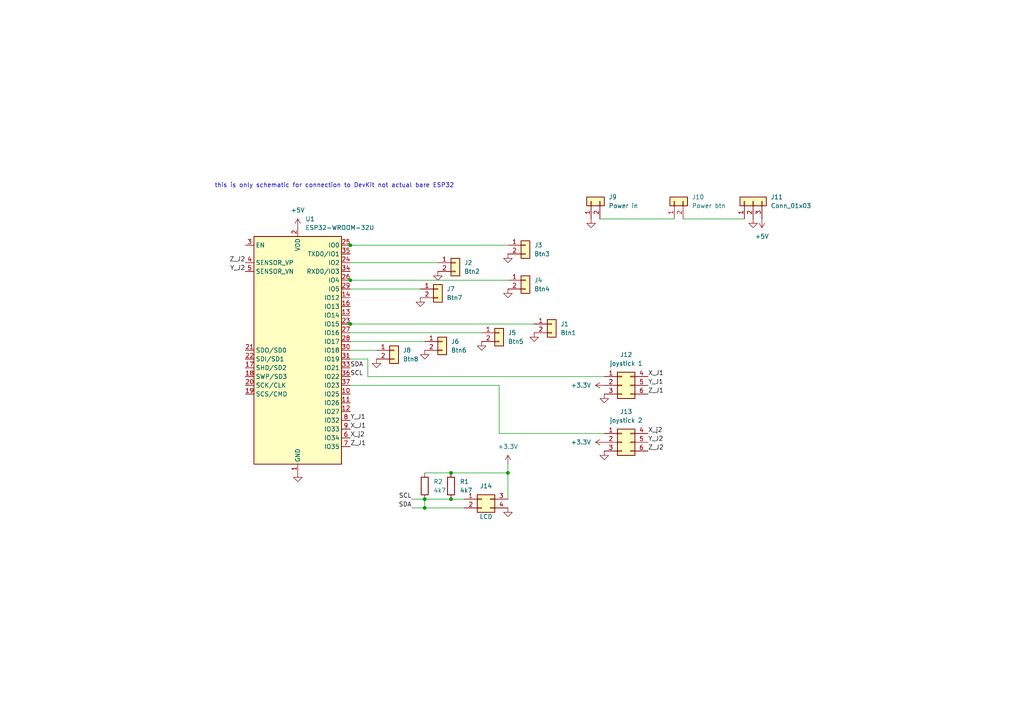
<source format=kicad_sch>
(kicad_sch (version 20230121) (generator eeschema)
  (paper "A4")
  (title_block (title "RC 6axis") (comment 1 "Use only as reference"))
  (lib_symbols
    (symbol "Connector_Generic:Conn_01x02" (pin_names (offset 1.016) hide)
      (property "Reference" "J" (at 0 2.54 0))
      (property "Value" "Conn_01x02" (at 0 -5.08 0))
      (symbol "Conn_01x02_1_1"
        (rectangle (start -1.27 -2.413) (end 0 -2.667) (stroke (width 0.1524)))
        (rectangle (start -1.27 0.127) (end 0 -0.127) (stroke (width 0.1524)))
        (rectangle (start -1.27 1.27) (end 1.27 -3.81) (stroke (width 0.254)) (fill (type background)))
        (pin passive line (at -5.08 0 0) (length 3.81) (name "Pin_1") (number "1"))
        (pin passive line (at -5.08 -2.54 0) (length 3.81) (name "Pin_2") (number "2"))
      )
    )
    (symbol "Connector_Generic:Conn_01x03" (pin_names (offset 1.016) hide)
      (property "Reference" "J" (at 0 5.08 0))
      (property "Value" "Conn_01x03" (at 0 -5.08 0))
      (symbol "Conn_01x03_1_1"
        (rectangle (start -1.27 -2.413) (end 0 -2.667) (stroke (width 0.1524)))
        (rectangle (start -1.27 0.127) (end 0 -0.127) (stroke (width 0.1524)))
        (rectangle (start -1.27 2.667) (end 0 2.413) (stroke (width 0.1524)))
        (rectangle (start -1.27 3.81) (end 1.27 -3.81) (stroke (width 0.254)) (fill (type background)))
        (pin passive line (at -5.08 2.54 0) (length 3.81) (name "Pin_1") (number "1"))
        (pin passive line (at -5.08 0 0) (length 3.81) (name "Pin_2") (number "2"))
        (pin passive line (at -5.08 -2.54 0) (length 3.81) (name "Pin_3") (number "3"))
      )
    )
    (symbol "Connector_Generic:Conn_02x02_Top_Bottom" (pin_names (offset 1.016) hide)
      (property "Reference" "J" (at 1.27 2.54 0))
      (property "Value" "Conn_02x02_Top_Bottom" (at 1.27 -5.08 0))
      (symbol "Conn_02x02_Top_Bottom_1_1"
        (rectangle (start -1.27 -2.413) (end 0 -2.667) (stroke (width 0.1524)))
        (rectangle (start -1.27 0.127) (end 0 -0.127) (stroke (width 0.1524)))
        (rectangle (start -1.27 1.27) (end 3.81 -3.81) (stroke (width 0.254)) (fill (type background)))
        (rectangle (start 3.81 -2.413) (end 2.54 -2.667) (stroke (width 0.1524)))
        (rectangle (start 3.81 0.127) (end 2.54 -0.127) (stroke (width 0.1524)))
        (pin passive line (at -5.08 0 0) (length 3.81) (name "Pin_1") (number "1"))
        (pin passive line (at -5.08 -2.54 0) (length 3.81) (name "Pin_2") (number "2"))
        (pin passive line (at 7.62 0 180) (length 3.81) (name "Pin_3") (number "3"))
        (pin passive line (at 7.62 -2.54 180) (length 3.81) (name "Pin_4") (number "4"))
      )
    )
    (symbol "Connector_Generic:Conn_02x03_Top_Bottom" (pin_names (offset 1.016) hide)
      (property "Reference" "J" (at 1.27 5.08 0))
      (property "Value" "Conn_02x03_Top_Bottom" (at 1.27 -5.08 0))
      (symbol "Conn_02x03_Top_Bottom_1_1"
        (rectangle (start -1.27 -2.413) (end 0 -2.667) (stroke (width 0.1524)))
        (rectangle (start -1.27 0.127) (end 0 -0.127) (stroke (width 0.1524)))
        (rectangle (start -1.27 2.667) (end 0 2.413) (stroke (width 0.1524)))
        (rectangle (start -1.27 3.81) (end 3.81 -3.81) (stroke (width 0.254)) (fill (type background)))
        (rectangle (start 3.81 -2.413) (end 2.54 -2.667) (stroke (width 0.1524)))
        (rectangle (start 3.81 0.127) (end 2.54 -0.127) (stroke (width 0.1524)))
        (rectangle (start 3.81 2.667) (end 2.54 2.413) (stroke (width 0.1524)))
        (pin passive line (at -5.08 2.54 0) (length 3.81) (name "Pin_1") (number "1"))
        (pin passive line (at -5.08 0 0) (length 3.81) (name "Pin_2") (number "2"))
        (pin passive line (at -5.08 -2.54 0) (length 3.81) (name "Pin_3") (number "3"))
        (pin passive line (at 7.62 2.54 180) (length 3.81) (name "Pin_4") (number "4"))
        (pin passive line (at 7.62 0 180) (length 3.81) (name "Pin_5") (number "5"))
        (pin passive line (at 7.62 -2.54 180) (length 3.81) (name "Pin_6") (number "6"))
      )
    )
    (symbol "Device:R" (pin_numbers hide) (pin_names (offset 0))
      (property "Reference" "R" (at 2.032 0 90))
      (property "Value" "R" (at 0 0 90))
      (symbol "R_0_1"
        (rectangle (start -1.016 -2.54) (end 1.016 2.54) (stroke (width 0.254)))
      )
      (symbol "R_1_1"
        (pin passive line (at 0 3.81 270) (length 1.27) (name "~") (number "1"))
        (pin passive line (at 0 -3.81 90) (length 1.27) (name "~") (number "2"))
      )
    )
    (symbol "RF_Module:ESP32-WROOM-32U"
      (property "Reference" "U" (at -12.7 34.29 0))
      (property "Value" "ESP32-WROOM-32U" (at 1.27 34.29 0))
      (symbol "ESP32-WROOM-32U_0_1"
        (rectangle (start -12.7 33.02) (end 12.7 -33.02) (stroke (width 0.254)) (fill (type background)))
      )
      (symbol "ESP32-WROOM-32U_1_1"
        (pin power_in line (at 0 -35.56 90) (length 2.54) (name "GND") (number "1"))
        (pin bidirectional line (at 15.24 -12.7 180) (length 2.54) (name "IO25") (number "10"))
        (pin bidirectional line (at 15.24 -15.24 180) (length 2.54) (name "IO26") (number "11"))
        (pin bidirectional line (at 15.24 -17.78 180) (length 2.54) (name "IO27") (number "12"))
        (pin bidirectional line (at 15.24 10.16 180) (length 2.54) (name "IO14") (number "13"))
        (pin bidirectional line (at 15.24 15.24 180) (length 2.54) (name "IO12") (number "14"))
        (pin passive line (at 0 -35.56 90) (length 2.54) hide (name "GND") (number "15"))
        (pin bidirectional line (at 15.24 12.7 180) (length 2.54) (name "IO13") (number "16"))
        (pin bidirectional line (at -15.24 -5.08 0) (length 2.54) (name "SHD/SD2") (number "17"))
        (pin bidirectional line (at -15.24 -7.62 0) (length 2.54) (name "SWP/SD3") (number "18"))
        (pin bidirectional line (at -15.24 -12.7 0) (length 2.54) (name "SCS/CMD") (number "19"))
        (pin power_in line (at 0 35.56 270) (length 2.54) (name "VDD") (number "2"))
        (pin bidirectional line (at -15.24 -10.16 0) (length 2.54) (name "SCK/CLK") (number "20"))
        (pin bidirectional line (at -15.24 0 0) (length 2.54) (name "SDO/SD0") (number "21"))
        (pin bidirectional line (at -15.24 -2.54 0) (length 2.54) (name "SDI/SD1") (number "22"))
        (pin bidirectional line (at 15.24 7.62 180) (length 2.54) (name "IO15") (number "23"))
        (pin bidirectional line (at 15.24 25.4 180) (length 2.54) (name "IO2") (number "24"))
        (pin bidirectional line (at 15.24 30.48 180) (length 2.54) (name "IO0") (number "25"))
        (pin bidirectional line (at 15.24 20.32 180) (length 2.54) (name "IO4") (number "26"))
        (pin bidirectional line (at 15.24 5.08 180) (length 2.54) (name "IO16") (number "27"))
        (pin bidirectional line (at 15.24 2.54 180) (length 2.54) (name "IO17") (number "28"))
        (pin bidirectional line (at 15.24 17.78 180) (length 2.54) (name "IO5") (number "29"))
        (pin input line (at -15.24 30.48 0) (length 2.54) (name "EN") (number "3"))
        (pin bidirectional line (at 15.24 0 180) (length 2.54) (name "IO18") (number "30"))
        (pin bidirectional line (at 15.24 -2.54 180) (length 2.54) (name "IO19") (number "31"))
        (pin no_connect line (at -12.7 -27.94 0) (length 2.54) hide (name "NC") (number "32"))
        (pin bidirectional line (at 15.24 -5.08 180) (length 2.54) (name "IO21") (number "33"))
        (pin bidirectional line (at 15.24 22.86 180) (length 2.54) (name "RXD0/IO3") (number "34"))
        (pin bidirectional line (at 15.24 27.94 180) (length 2.54) (name "TXD0/IO1") (number "35"))
        (pin bidirectional line (at 15.24 -7.62 180) (length 2.54) (name "IO22") (number "36"))
        (pin bidirectional line (at 15.24 -10.16 180) (length 2.54) (name "IO23") (number "37"))
        (pin passive line (at 0 -35.56 90) (length 2.54) hide (name "GND") (number "38"))
        (pin passive line (at 0 -35.56 90) (length 2.54) hide (name "GND") (number "39"))
        (pin input line (at -15.24 25.4 0) (length 2.54) (name "SENSOR_VP") (number "4"))
        (pin input line (at -15.24 22.86 0) (length 2.54) (name "SENSOR_VN") (number "5"))
        (pin input line (at 15.24 -25.4 180) (length 2.54) (name "IO34") (number "6"))
        (pin input line (at 15.24 -27.94 180) (length 2.54) (name "IO35") (number "7"))
        (pin bidirectional line (at 15.24 -20.32 180) (length 2.54) (name "IO32") (number "8"))
        (pin bidirectional line (at 15.24 -22.86 180) (length 2.54) (name "IO33") (number "9"))
      )
    )
    (symbol "power:+3.3V" (power) (pin_names (offset 0))
      (property "Value" "+3.3V" (at 0 3.556 0))
      (symbol "+3.3V_0_1"
        (polyline (pts (xy -0.762 1.27) (xy 0 2.54)))
        (polyline (pts (xy 0 0) (xy 0 2.54)))
        (polyline (pts (xy 0 2.54) (xy 0.762 1.27)))
      )
      (symbol "+3.3V_1_1"
        (pin power_in line (at 0 0 90) (length 0) hide (name "+3.3V") (number "1"))
      )
    )
    (symbol "power:+5V" (power) (pin_names (offset 0))
      (property "Value" "+5V" (at 0 3.556 0))
      (symbol "+5V_0_1"
        (polyline (pts (xy -0.762 1.27) (xy 0 2.54)))
        (polyline (pts (xy 0 0) (xy 0 2.54)))
        (polyline (pts (xy 0 2.54) (xy 0.762 1.27)))
      )
      (symbol "+5V_1_1"
        (pin power_in line (at 0 0 90) (length 0) hide (name "+5V") (number "1"))
      )
    )
    (symbol "power:GND" (power) (pin_names (offset 0))
      (property "Value" "GND" (at 0 -3.81 0))
      (symbol "GND_0_1"
        (polyline (pts (xy 0 0) (xy 0 -1.27) (xy 1.27 -1.27) (xy 0 -2.54) (xy -1.27 -1.27) (xy 0 -1.27)))
      )
      (symbol "GND_1_1"
        (pin power_in line (at 0 0 270) (length 0) hide (name "GND") (number "1"))
      )
    )
  )
  (junction (at 147.32 137.16))
  (junction (at 130.81 137.16))
  (junction (at 101.6 93.98))
  (junction (at 130.81 144.78))
  (junction (at 101.6 81.28))
  (junction (at 123.19 144.78))
  (junction (at 101.6 71.12))
  (junction (at 123.19 147.32))
  (wire (pts (xy 101.6 101.6) (xy 109.22 101.6)))
  (wire (pts (xy 100.33 81.28) (xy 101.6 81.28)))
  (wire (pts (xy 101.6 76.2) (xy 127 76.2)))
  (wire (pts (xy 101.6 111.76) (xy 144.78 111.76)))
  (wire (pts (xy 123.19 144.78) (xy 130.81 144.78)))
  (wire (pts (xy 173.99 63.5) (xy 195.58 63.5)))
  (wire (pts (xy 101.6 81.28) (xy 147.32 81.28)))
  (wire (pts (xy 123.19 144.78) (xy 123.19 147.32)))
  (wire (pts (xy 100.33 71.12) (xy 101.6 71.12)))
  (wire (pts (xy 100.33 93.98) (xy 101.6 93.98)))
  (wire (pts (xy 130.81 144.78) (xy 134.62 144.78)))
  (wire (pts (xy 106.68 109.22) (xy 175.26 109.22)))
  (wire (pts (xy 101.6 93.98) (xy 154.94 93.98)))
  (wire (pts (xy 144.78 111.76) (xy 144.78 125.73)))
  (wire (pts (xy 123.19 147.32) (xy 134.62 147.32)))
  (wire (pts (xy 101.6 104.14) (xy 106.68 104.14)))
  (wire (pts (xy 106.68 104.14) (xy 106.68 109.22)))
  (wire (pts (xy 147.32 134.62) (xy 147.32 137.16)))
  (wire (pts (xy 147.32 137.16) (xy 147.32 144.78)))
  (wire (pts (xy 119.38 147.32) (xy 123.19 147.32)))
  (wire (pts (xy 101.6 83.82) (xy 121.92 83.82)))
  (wire (pts (xy 101.6 99.06) (xy 123.19 99.06)))
  (wire (pts (xy 198.12 63.5) (xy 215.9 63.5)))
  (wire (pts (xy 119.38 144.78) (xy 123.19 144.78)))
  (wire (pts (xy 101.6 71.12) (xy 147.32 71.12)))
  (wire (pts (xy 101.6 96.52) (xy 139.7 96.52)))
  (wire (pts (xy 130.81 137.16) (xy 147.32 137.16)))
  (wire (pts (xy 144.78 125.73) (xy 175.26 125.73)))
  (wire (pts (xy 123.19 137.16) (xy 130.81 137.16)))
  (text "this is only schematic for connection to DevKit not actual bare ESP32" (at 62.23 54.61 0) (effects (font (size 1.27 1.27)) (justify left bottom)))
  (label "Y_J2" (at 187.96 128.27 0))
  (label "Z_J2" (at 71.12 76.2 180))
  (label "Y_J1" (at 187.96 111.76 0))
  (label "Z_J1" (at 187.96 114.3 0))
  (label "Z_J1" (at 101.6 129.54 0))
  (label "SCL" (at 119.38 144.78 180))
  (label "X_J1" (at 187.96 109.22 0))
  (label "SDA" (at 101.6 106.68 0))
  (label "SCL" (at 101.6 109.22 0))
  (label "Y_J1" (at 101.6 121.92 0))
  (label "Z_J2" (at 187.96 130.81 0))
  (label "X_j2" (at 101.6 127 0))
  (label "SDA" (at 119.38 147.32 180))
  (label "X_j2" (at 187.96 125.73 0))
  (label "Y_J2" (at 71.12 78.74 180))
  (label "X_J1" (at 101.6 124.46 0))
  (symbol (lib_id "power:+3.3V") (at 175.26 111.76 90) (unit 1)
    (property "Reference" "#PWR017" (effects hide))
    (property "Value" "+3.3V" (at 171.45 111.76 90) (effects (justify left)))
  )
  (symbol (lib_id "Connector_Generic:Conn_01x02") (at 144.78 96.52 0) (unit 1)
    (property "Reference" "J5" (at 147.32 96.52 0) (effects (justify left)))
    (property "Value" "Btn5" (at 147.32 99.06 0) (effects (justify left)))
  )
  (symbol (lib_id "power:GND") (at 123.19 101.6 0) (unit 1)
    (property "Reference" "#PWR08" (effects hide))
    (property "Value" "GND" (effects hide))
  )
  (symbol (lib_id "power:GND") (at 121.92 86.36 0) (unit 1)
    (property "Reference" "#PWR09" (effects hide))
    (property "Value" "GND" (effects hide))
  )
  (symbol (lib_id "power:+5V") (at 86.36 66.04 0) (unit 1)
    (property "Reference" "#PWR01" (effects hide))
    (property "Value" "+5V" (at 86.36 60.96 0))
  )
  (symbol (lib_id "power:GND") (at 139.7 99.06 0) (unit 1)
    (property "Reference" "#PWR07" (effects hide))
    (property "Value" "GND" (effects hide))
  )
  (symbol (lib_id "power:GND") (at 147.32 83.82 0) (unit 1)
    (property "Reference" "#PWR06" (effects hide))
    (property "Value" "GND" (effects hide))
  )
  (symbol (lib_id "Connector_Generic:Conn_01x02") (at 152.4 71.12 0) (unit 1)
    (property "Reference" "J3" (at 154.94 71.12 0) (effects (justify left)))
    (property "Value" "Btn3" (at 154.94 73.66 0) (effects (justify left)))
  )
  (symbol (lib_id "power:GND") (at 147.32 147.32 0) (unit 1)
    (property "Reference" "#PWR018" (effects hide))
    (property "Value" "GND" (effects hide))
  )
  (symbol (lib_id "power:+3.3V") (at 147.32 134.62 0) (unit 1)
    (property "Reference" "#PWR019" (effects hide))
    (property "Value" "+3.3V" (at 147.32 129.54 0))
  )
  (symbol (lib_id "Connector_Generic:Conn_01x02") (at 160.02 93.98 0) (unit 1)
    (property "Reference" "J1" (at 162.56 93.98 0) (effects (justify left)))
    (property "Value" "Btn1" (at 162.56 96.52 0) (effects (justify left)))
  )
  (symbol (lib_id "power:GND") (at 171.45 63.5 0) (unit 1)
    (property "Reference" "#PWR011" (effects hide))
    (property "Value" "GND" (effects hide))
  )
  (symbol (lib_id "Connector_Generic:Conn_01x02") (at 127 83.82 0) (unit 1)
    (property "Reference" "J7" (at 129.54 83.82 0) (effects (justify left)))
    (property "Value" "Btn7" (at 129.54 86.36 0) (effects (justify left)))
  )
  (symbol (lib_id "power:GND") (at 147.32 73.66 0) (unit 1)
    (property "Reference" "#PWR05" (effects hide))
    (property "Value" "GND" (effects hide))
  )
  (symbol (lib_id "power:GND") (at 86.36 137.16 0) (unit 1)
    (property "Reference" "#PWR02" (effects hide))
    (property "Value" "GND" (effects hide))
  )
  (symbol (lib_id "Device:R") (at 123.19 140.97 0) (unit 1)
    (property "Reference" "R2" (at 125.73 139.7 0) (effects (justify left)))
    (property "Value" "4k7" (at 125.73 142.24 0) (effects (justify left)))
  )
  (symbol (lib_id "power:GND") (at 154.94 96.52 0) (unit 1)
    (property "Reference" "#PWR03" (effects hide))
    (property "Value" "GND" (effects hide))
  )
  (symbol (lib_id "Connector_Generic:Conn_01x02") (at 132.08 76.2 0) (unit 1)
    (property "Reference" "J2" (at 134.62 76.2 0) (effects (justify left)))
    (property "Value" "Btn2" (at 134.62 78.74 0) (effects (justify left)))
  )
  (symbol (lib_id "Connector_Generic:Conn_01x02") (at 128.27 99.06 0) (unit 1)
    (property "Reference" "J6" (at 130.81 99.06 0) (effects (justify left)))
    (property "Value" "Btn6" (at 130.81 101.6 0) (effects (justify left)))
  )
  (symbol (lib_id "power:GND") (at 175.26 114.3 0) (unit 1)
    (property "Reference" "#PWR014" (effects hide))
    (property "Value" "GND" (effects hide))
  )
  (symbol (lib_id "power:+5V") (at 220.98 63.5 180) (unit 1)
    (property "Reference" "#PWR012" (effects hide))
    (property "Value" "+5V" (at 220.98 68.58 0))
  )
  (symbol (lib_id "power:GND") (at 127 78.74 0) (unit 1)
    (property "Reference" "#PWR04" (effects hide))
    (property "Value" "GND" (effects hide))
  )
  (symbol (lib_id "power:+3.3V") (at 175.26 128.27 90) (unit 1)
    (property "Reference" "#PWR016" (effects hide))
    (property "Value" "+3.3V" (at 171.45 128.27 90) (effects (justify left)))
  )
  (symbol (lib_id "Connector_Generic:Conn_01x02") (at 114.3 101.6 0) (unit 1)
    (property "Reference" "J8" (at 116.84 101.6 0) (effects (justify left)))
    (property "Value" "Btn8" (at 116.84 104.14 0) (effects (justify left)))
  )
  (symbol (lib_id "Connector_Generic:Conn_01x02") (at 195.58 58.42 90) (unit 1)
    (property "Reference" "J10" (at 200.66 57.15 90) (effects (justify right)))
    (property "Value" "Power btn" (at 200.66 59.69 90) (effects (justify right)))
  )
  (symbol (lib_id "Connector_Generic:Conn_01x02") (at 171.45 58.42 90) (unit 1)
    (property "Reference" "J9" (at 176.53 57.15 90) (effects (justify right)))
    (property "Value" "Power in" (at 176.53 59.69 90) (effects (justify right)))
  )
  (symbol (lib_id "power:GND") (at 175.26 130.81 0) (unit 1)
    (property "Reference" "#PWR015" (effects hide))
    (property "Value" "GND" (effects hide))
  )
  (symbol (lib_id "Connector_Generic:Conn_01x02") (at 152.4 81.28 0) (unit 1)
    (property "Reference" "J4" (at 154.94 81.28 0) (effects (justify left)))
    (property "Value" "Btn4" (at 154.94 83.82 0) (effects (justify left)))
  )
  (symbol (lib_id "Connector_Generic:Conn_01x03") (at 218.44 58.42 90) (unit 1)
    (property "Reference" "J11" (at 223.52 57.15 90) (effects (justify right)))
    (property "Value" "Conn_01x03" (at 223.52 59.69 90) (effects (justify right)))
  )
  (symbol (lib_id "Device:R") (at 130.81 140.97 0) (unit 1)
    (property "Reference" "R1" (at 133.35 139.7 0) (effects (justify left)))
    (property "Value" "4k7" (at 133.35 142.24 0) (effects (justify left)))
  )
  (symbol (lib_id "Connector_Generic:Conn_02x02_Top_Bottom") (at 139.7 144.78 0) (unit 1)
    (property "Reference" "J14" (at 140.97 140.97 0))
    (property "Value" "LCD" (at 140.97 149.86 0))
  )
  (symbol (lib_id "RF_Module:ESP32-WROOM-32U") (at 86.36 101.6 0) (unit 1)
    (property "Reference" "U1" (at 88.5541 63.5 0) (effects (justify left)))
    (property "Value" "ESP32-WROOM-32U" (at 88.5541 66.04 0) (effects (justify left)))
    (property "Footprint" "RF_Module:ESP32-WROOM-32U" (effects hide))
    (property "Datasheet" "https://www.espressif.com/sites/default/files/documentation/esp32-wroom-32d_esp32-wroom-32u_datasheet_en.pdf" (effects hide))
  )
  (symbol (lib_id "Connector_Generic:Conn_02x03_Top_Bottom") (at 180.34 128.27 0) (unit 1)
    (property "Reference" "J13" (at 181.61 119.38 0))
    (property "Value" "joystick 2" (at 181.61 121.92 0))
  )
  (symbol (lib_id "power:GND") (at 218.44 63.5 0) (unit 1)
    (property "Reference" "#PWR013" (effects hide))
    (property "Value" "GND" (effects hide))
  )
  (symbol (lib_id "Connector_Generic:Conn_02x03_Top_Bottom") (at 180.34 111.76 0) (unit 1)
    (property "Reference" "J12" (at 181.61 102.87 0))
    (property "Value" "joystick 1" (at 181.61 105.41 0))
  )
  (symbol (lib_id "power:GND") (at 109.22 104.14 0) (unit 1)
    (property "Reference" "#PWR010" (effects hide))
    (property "Value" "GND" (effects hide))
  )
)
</source>
